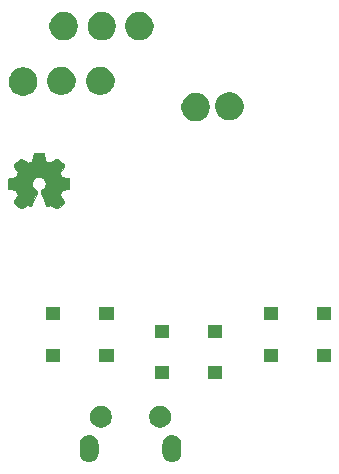
<source format=gbs>
G04 #@! TF.GenerationSoftware,KiCad,Pcbnew,5.0.2+dfsg1-1*
G04 #@! TF.CreationDate,2020-01-14T17:08:53+01:00*
G04 #@! TF.ProjectId,xling,786c696e-672e-46b6-9963-61645f706362,3.2*
G04 #@! TF.SameCoordinates,Original*
G04 #@! TF.FileFunction,Soldermask,Bot*
G04 #@! TF.FilePolarity,Negative*
%FSLAX46Y46*%
G04 Gerber Fmt 4.6, Leading zero omitted, Abs format (unit mm)*
G04 Created by KiCad (PCBNEW 5.0.2+dfsg1-1) date Tue 14 Jan 2020 17:08:53 CET*
%MOMM*%
%LPD*%
G01*
G04 APERTURE LIST*
%ADD10C,0.010000*%
%ADD11C,0.100000*%
G04 APERTURE END LIST*
D10*
G04 #@! TO.C,OH1*
G36*
X56937274Y-59326226D02*
X56859714Y-59326644D01*
X56788840Y-59327289D01*
X56726326Y-59328134D01*
X56673848Y-59329150D01*
X56633079Y-59330311D01*
X56605693Y-59331588D01*
X56593365Y-59332954D01*
X56592977Y-59333122D01*
X56588641Y-59343166D01*
X56581750Y-59368743D01*
X56572556Y-59408686D01*
X56561308Y-59461828D01*
X56548255Y-59527003D01*
X56533646Y-59603043D01*
X56522820Y-59661076D01*
X56509402Y-59733234D01*
X56496670Y-59800641D01*
X56485002Y-59861366D01*
X56474779Y-59913478D01*
X56466380Y-59955047D01*
X56460185Y-59984142D01*
X56456572Y-59998832D01*
X56456244Y-59999752D01*
X56448906Y-60007898D01*
X56431800Y-60018827D01*
X56403585Y-60033192D01*
X56362925Y-60051646D01*
X56308480Y-60074844D01*
X56269247Y-60091063D01*
X56211691Y-60114602D01*
X56167664Y-60132313D01*
X56135041Y-60144819D01*
X56111695Y-60152746D01*
X56095501Y-60156718D01*
X56084331Y-60157359D01*
X56076061Y-60155293D01*
X56068564Y-60151146D01*
X56067346Y-60150364D01*
X56055069Y-60142160D01*
X56030699Y-60125638D01*
X55996098Y-60102068D01*
X55953130Y-60072722D01*
X55903657Y-60038872D01*
X55849541Y-60001789D01*
X55818852Y-59980737D01*
X55592604Y-59825467D01*
X55393053Y-59825467D01*
X55158160Y-60060472D01*
X54923267Y-60295478D01*
X54923267Y-60495319D01*
X55089399Y-60736812D01*
X55255531Y-60978306D01*
X55176182Y-61164667D01*
X55152628Y-61218906D01*
X55130757Y-61267220D01*
X55111606Y-61307469D01*
X55096210Y-61337515D01*
X55085604Y-61355219D01*
X55082149Y-61358941D01*
X55070732Y-61362236D01*
X55044586Y-61368186D01*
X55005639Y-61376402D01*
X54955820Y-61386493D01*
X54897055Y-61398069D01*
X54831274Y-61410741D01*
X54760405Y-61424119D01*
X54752651Y-61425567D01*
X54671423Y-61440968D01*
X54599911Y-61455036D01*
X54539349Y-61467504D01*
X54490969Y-61478106D01*
X54456005Y-61486573D01*
X54435691Y-61492641D01*
X54430915Y-61495190D01*
X54429542Y-61505594D01*
X54428254Y-61531258D01*
X54427079Y-61570506D01*
X54426045Y-61621665D01*
X54425179Y-61683060D01*
X54424509Y-61753017D01*
X54424063Y-61829862D01*
X54423868Y-61911920D01*
X54423863Y-61922046D01*
X54423899Y-62018927D01*
X54424096Y-62100203D01*
X54424491Y-62167204D01*
X54425122Y-62221257D01*
X54426024Y-62263692D01*
X54427235Y-62295836D01*
X54428792Y-62319019D01*
X54430731Y-62334568D01*
X54433090Y-62343813D01*
X54435674Y-62347903D01*
X54446507Y-62351666D01*
X54472062Y-62357999D01*
X54510391Y-62366497D01*
X54559547Y-62376751D01*
X54617582Y-62388356D01*
X54682549Y-62400905D01*
X54751057Y-62413727D01*
X54827533Y-62428079D01*
X54896302Y-62441501D01*
X54955778Y-62453653D01*
X55004377Y-62464194D01*
X55040514Y-62472785D01*
X55062603Y-62479086D01*
X55068746Y-62481849D01*
X55075317Y-62492398D01*
X55086752Y-62515830D01*
X55101991Y-62549554D01*
X55119971Y-62590976D01*
X55139632Y-62637505D01*
X55159912Y-62686549D01*
X55179749Y-62735515D01*
X55198083Y-62781812D01*
X55213851Y-62822847D01*
X55225992Y-62856029D01*
X55233445Y-62878765D01*
X55235206Y-62888353D01*
X55229875Y-62896781D01*
X55216113Y-62917452D01*
X55195079Y-62948656D01*
X55167933Y-62988680D01*
X55135834Y-63035814D01*
X55099942Y-63088346D01*
X55077783Y-63120701D01*
X54923267Y-63346128D01*
X54923267Y-63546970D01*
X55158565Y-63781718D01*
X55393864Y-64016467D01*
X55589633Y-64016467D01*
X55811749Y-63863780D01*
X56033866Y-63711094D01*
X56104769Y-63749744D01*
X56175673Y-63788393D01*
X56279205Y-63786013D01*
X56382738Y-63783633D01*
X56835814Y-62691433D01*
X56836274Y-62605342D01*
X56835982Y-62567632D01*
X56834827Y-62535419D01*
X56833011Y-62513033D01*
X56831594Y-62505859D01*
X56822860Y-62495792D01*
X56803155Y-62478828D01*
X56775572Y-62457498D01*
X56749044Y-62438382D01*
X56679148Y-62386945D01*
X56622107Y-62338481D01*
X56575024Y-62289756D01*
X56534997Y-62237538D01*
X56499127Y-62178595D01*
X56476192Y-62134169D01*
X56442301Y-62054439D01*
X56422612Y-61982607D01*
X56416912Y-61917684D01*
X56421023Y-61876410D01*
X56447802Y-61776920D01*
X56489872Y-61682801D01*
X56546020Y-61595629D01*
X56615036Y-61516980D01*
X56695706Y-61448427D01*
X56786820Y-61391549D01*
X56798633Y-61385464D01*
X56861775Y-61357667D01*
X56925088Y-61337087D01*
X56983706Y-61325115D01*
X57018767Y-61322599D01*
X57085090Y-61329742D01*
X57156613Y-61350081D01*
X57230369Y-61381975D01*
X57303390Y-61423787D01*
X57372709Y-61473877D01*
X57435358Y-61530607D01*
X57474252Y-61574129D01*
X57511601Y-61627386D01*
X57547421Y-61691372D01*
X57578707Y-61759944D01*
X57602456Y-61826962D01*
X57608203Y-61847993D01*
X57617147Y-61892186D01*
X57619883Y-61932463D01*
X57615904Y-61973252D01*
X57604701Y-62018983D01*
X57585766Y-62074087D01*
X57580749Y-62087289D01*
X57536780Y-62180197D01*
X57478989Y-62265539D01*
X57406702Y-62344095D01*
X57319242Y-62416644D01*
X57260067Y-62457064D01*
X57235044Y-62473791D01*
X57215855Y-62488019D01*
X57207280Y-62495972D01*
X57204745Y-62507769D01*
X57202683Y-62532620D01*
X57201334Y-62566645D01*
X57200930Y-62598421D01*
X57200800Y-62691675D01*
X57420680Y-63222920D01*
X57458028Y-63313084D01*
X57493640Y-63398921D01*
X57526963Y-63479102D01*
X57557442Y-63552304D01*
X57584525Y-63617199D01*
X57607657Y-63672462D01*
X57626284Y-63716767D01*
X57639853Y-63748789D01*
X57647810Y-63767200D01*
X57649577Y-63771015D01*
X57654817Y-63778217D01*
X57663434Y-63783025D01*
X57678518Y-63785914D01*
X57703158Y-63787360D01*
X57740443Y-63787839D01*
X57758942Y-63787867D01*
X57859289Y-63787867D01*
X57930836Y-63749805D01*
X58002384Y-63711744D01*
X58141342Y-63807425D01*
X58191188Y-63841695D01*
X58242999Y-63877224D01*
X58292621Y-63911171D01*
X58335903Y-63940695D01*
X58364008Y-63959786D01*
X58447717Y-64016467D01*
X58644030Y-64016467D01*
X58879148Y-63781348D01*
X59114267Y-63546229D01*
X59114267Y-63447865D01*
X59114107Y-63405567D01*
X59113079Y-63376111D01*
X59110359Y-63355405D01*
X59105122Y-63339358D01*
X59096545Y-63323878D01*
X59086165Y-63308333D01*
X59073757Y-63290180D01*
X59053402Y-63260427D01*
X59026725Y-63221446D01*
X58995347Y-63175608D01*
X58960892Y-63125285D01*
X58929531Y-63079489D01*
X58895437Y-63029301D01*
X58864740Y-62983337D01*
X58838692Y-62943536D01*
X58818548Y-62911838D01*
X58805560Y-62890182D01*
X58800981Y-62880523D01*
X58804014Y-62869807D01*
X58812548Y-62845683D01*
X58825719Y-62810435D01*
X58842664Y-62766348D01*
X58862519Y-62715704D01*
X58878358Y-62675899D01*
X58904676Y-62610964D01*
X58925912Y-62560523D01*
X58942743Y-62523146D01*
X58955847Y-62497403D01*
X58965903Y-62481864D01*
X58973589Y-62475100D01*
X58973627Y-62475083D01*
X58985883Y-62471856D01*
X59012791Y-62466007D01*
X59052340Y-62457932D01*
X59102518Y-62448030D01*
X59161317Y-62436696D01*
X59226724Y-62424329D01*
X59291132Y-62412357D01*
X59360532Y-62399361D01*
X59424884Y-62386924D01*
X59482232Y-62375456D01*
X59530617Y-62365363D01*
X59568082Y-62357053D01*
X59592669Y-62350935D01*
X59602282Y-62347553D01*
X59604974Y-62342682D01*
X59607232Y-62332059D01*
X59609089Y-62314398D01*
X59610580Y-62288410D01*
X59611741Y-62252807D01*
X59612605Y-62206300D01*
X59613208Y-62147603D01*
X59613584Y-62075426D01*
X59613767Y-61988482D01*
X59613800Y-61920125D01*
X59613800Y-61502257D01*
X59594750Y-61490504D01*
X59582271Y-61486334D01*
X59555105Y-61479620D01*
X59515240Y-61470778D01*
X59464663Y-61460220D01*
X59405360Y-61448363D01*
X59339318Y-61435619D01*
X59268523Y-61422405D01*
X59266667Y-61422064D01*
X59196216Y-61408922D01*
X59130845Y-61396309D01*
X59072473Y-61384626D01*
X59023015Y-61374275D01*
X58984388Y-61365658D01*
X58958509Y-61359176D01*
X58947296Y-61355230D01*
X58947160Y-61355113D01*
X58941112Y-61344839D01*
X58929753Y-61321706D01*
X58914270Y-61288436D01*
X58895853Y-61247752D01*
X58875690Y-61202376D01*
X58854968Y-61155031D01*
X58834876Y-61108438D01*
X58816602Y-61065320D01*
X58801335Y-61028400D01*
X58790261Y-61000400D01*
X58784571Y-60984041D01*
X58784067Y-60981433D01*
X58788705Y-60972543D01*
X58801885Y-60951402D01*
X58822502Y-60919676D01*
X58849453Y-60879031D01*
X58881636Y-60831135D01*
X58917946Y-60777653D01*
X58949167Y-60732049D01*
X59114267Y-60491763D01*
X59114267Y-60296064D01*
X58879519Y-60060765D01*
X58644770Y-59825467D01*
X58443790Y-59825467D01*
X58230812Y-59971150D01*
X58175781Y-60008814D01*
X58123699Y-60044498D01*
X58076649Y-60076773D01*
X58036714Y-60104208D01*
X58005977Y-60125374D01*
X57986520Y-60138841D01*
X57983227Y-60141143D01*
X57948620Y-60165452D01*
X57788493Y-60100313D01*
X57726585Y-60075060D01*
X57678550Y-60055202D01*
X57642549Y-60039823D01*
X57616742Y-60028006D01*
X57599290Y-60018836D01*
X57588352Y-60011398D01*
X57582089Y-60004774D01*
X57578661Y-59998050D01*
X57577758Y-59995401D01*
X57575066Y-59983561D01*
X57569678Y-59957010D01*
X57561966Y-59917692D01*
X57552305Y-59867549D01*
X57541070Y-59808523D01*
X57528633Y-59742559D01*
X57515369Y-59671597D01*
X57514008Y-59664281D01*
X57500580Y-59593136D01*
X57487719Y-59526999D01*
X57475826Y-59467777D01*
X57465300Y-59417380D01*
X57456540Y-59377714D01*
X57449945Y-59350687D01*
X57445915Y-59338207D01*
X57445647Y-59337805D01*
X57441006Y-59335040D01*
X57431189Y-59332726D01*
X57414870Y-59330826D01*
X57390727Y-59329304D01*
X57357437Y-59328123D01*
X57313676Y-59327248D01*
X57258120Y-59326641D01*
X57189448Y-59326267D01*
X57106334Y-59326088D01*
X57019847Y-59326063D01*
X56937274Y-59326226D01*
X56937274Y-59326226D01*
G37*
X56937274Y-59326226D02*
X56859714Y-59326644D01*
X56788840Y-59327289D01*
X56726326Y-59328134D01*
X56673848Y-59329150D01*
X56633079Y-59330311D01*
X56605693Y-59331588D01*
X56593365Y-59332954D01*
X56592977Y-59333122D01*
X56588641Y-59343166D01*
X56581750Y-59368743D01*
X56572556Y-59408686D01*
X56561308Y-59461828D01*
X56548255Y-59527003D01*
X56533646Y-59603043D01*
X56522820Y-59661076D01*
X56509402Y-59733234D01*
X56496670Y-59800641D01*
X56485002Y-59861366D01*
X56474779Y-59913478D01*
X56466380Y-59955047D01*
X56460185Y-59984142D01*
X56456572Y-59998832D01*
X56456244Y-59999752D01*
X56448906Y-60007898D01*
X56431800Y-60018827D01*
X56403585Y-60033192D01*
X56362925Y-60051646D01*
X56308480Y-60074844D01*
X56269247Y-60091063D01*
X56211691Y-60114602D01*
X56167664Y-60132313D01*
X56135041Y-60144819D01*
X56111695Y-60152746D01*
X56095501Y-60156718D01*
X56084331Y-60157359D01*
X56076061Y-60155293D01*
X56068564Y-60151146D01*
X56067346Y-60150364D01*
X56055069Y-60142160D01*
X56030699Y-60125638D01*
X55996098Y-60102068D01*
X55953130Y-60072722D01*
X55903657Y-60038872D01*
X55849541Y-60001789D01*
X55818852Y-59980737D01*
X55592604Y-59825467D01*
X55393053Y-59825467D01*
X55158160Y-60060472D01*
X54923267Y-60295478D01*
X54923267Y-60495319D01*
X55089399Y-60736812D01*
X55255531Y-60978306D01*
X55176182Y-61164667D01*
X55152628Y-61218906D01*
X55130757Y-61267220D01*
X55111606Y-61307469D01*
X55096210Y-61337515D01*
X55085604Y-61355219D01*
X55082149Y-61358941D01*
X55070732Y-61362236D01*
X55044586Y-61368186D01*
X55005639Y-61376402D01*
X54955820Y-61386493D01*
X54897055Y-61398069D01*
X54831274Y-61410741D01*
X54760405Y-61424119D01*
X54752651Y-61425567D01*
X54671423Y-61440968D01*
X54599911Y-61455036D01*
X54539349Y-61467504D01*
X54490969Y-61478106D01*
X54456005Y-61486573D01*
X54435691Y-61492641D01*
X54430915Y-61495190D01*
X54429542Y-61505594D01*
X54428254Y-61531258D01*
X54427079Y-61570506D01*
X54426045Y-61621665D01*
X54425179Y-61683060D01*
X54424509Y-61753017D01*
X54424063Y-61829862D01*
X54423868Y-61911920D01*
X54423863Y-61922046D01*
X54423899Y-62018927D01*
X54424096Y-62100203D01*
X54424491Y-62167204D01*
X54425122Y-62221257D01*
X54426024Y-62263692D01*
X54427235Y-62295836D01*
X54428792Y-62319019D01*
X54430731Y-62334568D01*
X54433090Y-62343813D01*
X54435674Y-62347903D01*
X54446507Y-62351666D01*
X54472062Y-62357999D01*
X54510391Y-62366497D01*
X54559547Y-62376751D01*
X54617582Y-62388356D01*
X54682549Y-62400905D01*
X54751057Y-62413727D01*
X54827533Y-62428079D01*
X54896302Y-62441501D01*
X54955778Y-62453653D01*
X55004377Y-62464194D01*
X55040514Y-62472785D01*
X55062603Y-62479086D01*
X55068746Y-62481849D01*
X55075317Y-62492398D01*
X55086752Y-62515830D01*
X55101991Y-62549554D01*
X55119971Y-62590976D01*
X55139632Y-62637505D01*
X55159912Y-62686549D01*
X55179749Y-62735515D01*
X55198083Y-62781812D01*
X55213851Y-62822847D01*
X55225992Y-62856029D01*
X55233445Y-62878765D01*
X55235206Y-62888353D01*
X55229875Y-62896781D01*
X55216113Y-62917452D01*
X55195079Y-62948656D01*
X55167933Y-62988680D01*
X55135834Y-63035814D01*
X55099942Y-63088346D01*
X55077783Y-63120701D01*
X54923267Y-63346128D01*
X54923267Y-63546970D01*
X55158565Y-63781718D01*
X55393864Y-64016467D01*
X55589633Y-64016467D01*
X55811749Y-63863780D01*
X56033866Y-63711094D01*
X56104769Y-63749744D01*
X56175673Y-63788393D01*
X56279205Y-63786013D01*
X56382738Y-63783633D01*
X56835814Y-62691433D01*
X56836274Y-62605342D01*
X56835982Y-62567632D01*
X56834827Y-62535419D01*
X56833011Y-62513033D01*
X56831594Y-62505859D01*
X56822860Y-62495792D01*
X56803155Y-62478828D01*
X56775572Y-62457498D01*
X56749044Y-62438382D01*
X56679148Y-62386945D01*
X56622107Y-62338481D01*
X56575024Y-62289756D01*
X56534997Y-62237538D01*
X56499127Y-62178595D01*
X56476192Y-62134169D01*
X56442301Y-62054439D01*
X56422612Y-61982607D01*
X56416912Y-61917684D01*
X56421023Y-61876410D01*
X56447802Y-61776920D01*
X56489872Y-61682801D01*
X56546020Y-61595629D01*
X56615036Y-61516980D01*
X56695706Y-61448427D01*
X56786820Y-61391549D01*
X56798633Y-61385464D01*
X56861775Y-61357667D01*
X56925088Y-61337087D01*
X56983706Y-61325115D01*
X57018767Y-61322599D01*
X57085090Y-61329742D01*
X57156613Y-61350081D01*
X57230369Y-61381975D01*
X57303390Y-61423787D01*
X57372709Y-61473877D01*
X57435358Y-61530607D01*
X57474252Y-61574129D01*
X57511601Y-61627386D01*
X57547421Y-61691372D01*
X57578707Y-61759944D01*
X57602456Y-61826962D01*
X57608203Y-61847993D01*
X57617147Y-61892186D01*
X57619883Y-61932463D01*
X57615904Y-61973252D01*
X57604701Y-62018983D01*
X57585766Y-62074087D01*
X57580749Y-62087289D01*
X57536780Y-62180197D01*
X57478989Y-62265539D01*
X57406702Y-62344095D01*
X57319242Y-62416644D01*
X57260067Y-62457064D01*
X57235044Y-62473791D01*
X57215855Y-62488019D01*
X57207280Y-62495972D01*
X57204745Y-62507769D01*
X57202683Y-62532620D01*
X57201334Y-62566645D01*
X57200930Y-62598421D01*
X57200800Y-62691675D01*
X57420680Y-63222920D01*
X57458028Y-63313084D01*
X57493640Y-63398921D01*
X57526963Y-63479102D01*
X57557442Y-63552304D01*
X57584525Y-63617199D01*
X57607657Y-63672462D01*
X57626284Y-63716767D01*
X57639853Y-63748789D01*
X57647810Y-63767200D01*
X57649577Y-63771015D01*
X57654817Y-63778217D01*
X57663434Y-63783025D01*
X57678518Y-63785914D01*
X57703158Y-63787360D01*
X57740443Y-63787839D01*
X57758942Y-63787867D01*
X57859289Y-63787867D01*
X57930836Y-63749805D01*
X58002384Y-63711744D01*
X58141342Y-63807425D01*
X58191188Y-63841695D01*
X58242999Y-63877224D01*
X58292621Y-63911171D01*
X58335903Y-63940695D01*
X58364008Y-63959786D01*
X58447717Y-64016467D01*
X58644030Y-64016467D01*
X58879148Y-63781348D01*
X59114267Y-63546229D01*
X59114267Y-63447865D01*
X59114107Y-63405567D01*
X59113079Y-63376111D01*
X59110359Y-63355405D01*
X59105122Y-63339358D01*
X59096545Y-63323878D01*
X59086165Y-63308333D01*
X59073757Y-63290180D01*
X59053402Y-63260427D01*
X59026725Y-63221446D01*
X58995347Y-63175608D01*
X58960892Y-63125285D01*
X58929531Y-63079489D01*
X58895437Y-63029301D01*
X58864740Y-62983337D01*
X58838692Y-62943536D01*
X58818548Y-62911838D01*
X58805560Y-62890182D01*
X58800981Y-62880523D01*
X58804014Y-62869807D01*
X58812548Y-62845683D01*
X58825719Y-62810435D01*
X58842664Y-62766348D01*
X58862519Y-62715704D01*
X58878358Y-62675899D01*
X58904676Y-62610964D01*
X58925912Y-62560523D01*
X58942743Y-62523146D01*
X58955847Y-62497403D01*
X58965903Y-62481864D01*
X58973589Y-62475100D01*
X58973627Y-62475083D01*
X58985883Y-62471856D01*
X59012791Y-62466007D01*
X59052340Y-62457932D01*
X59102518Y-62448030D01*
X59161317Y-62436696D01*
X59226724Y-62424329D01*
X59291132Y-62412357D01*
X59360532Y-62399361D01*
X59424884Y-62386924D01*
X59482232Y-62375456D01*
X59530617Y-62365363D01*
X59568082Y-62357053D01*
X59592669Y-62350935D01*
X59602282Y-62347553D01*
X59604974Y-62342682D01*
X59607232Y-62332059D01*
X59609089Y-62314398D01*
X59610580Y-62288410D01*
X59611741Y-62252807D01*
X59612605Y-62206300D01*
X59613208Y-62147603D01*
X59613584Y-62075426D01*
X59613767Y-61988482D01*
X59613800Y-61920125D01*
X59613800Y-61502257D01*
X59594750Y-61490504D01*
X59582271Y-61486334D01*
X59555105Y-61479620D01*
X59515240Y-61470778D01*
X59464663Y-61460220D01*
X59405360Y-61448363D01*
X59339318Y-61435619D01*
X59268523Y-61422405D01*
X59266667Y-61422064D01*
X59196216Y-61408922D01*
X59130845Y-61396309D01*
X59072473Y-61384626D01*
X59023015Y-61374275D01*
X58984388Y-61365658D01*
X58958509Y-61359176D01*
X58947296Y-61355230D01*
X58947160Y-61355113D01*
X58941112Y-61344839D01*
X58929753Y-61321706D01*
X58914270Y-61288436D01*
X58895853Y-61247752D01*
X58875690Y-61202376D01*
X58854968Y-61155031D01*
X58834876Y-61108438D01*
X58816602Y-61065320D01*
X58801335Y-61028400D01*
X58790261Y-61000400D01*
X58784571Y-60984041D01*
X58784067Y-60981433D01*
X58788705Y-60972543D01*
X58801885Y-60951402D01*
X58822502Y-60919676D01*
X58849453Y-60879031D01*
X58881636Y-60831135D01*
X58917946Y-60777653D01*
X58949167Y-60732049D01*
X59114267Y-60491763D01*
X59114267Y-60296064D01*
X58879519Y-60060765D01*
X58644770Y-59825467D01*
X58443790Y-59825467D01*
X58230812Y-59971150D01*
X58175781Y-60008814D01*
X58123699Y-60044498D01*
X58076649Y-60076773D01*
X58036714Y-60104208D01*
X58005977Y-60125374D01*
X57986520Y-60138841D01*
X57983227Y-60141143D01*
X57948620Y-60165452D01*
X57788493Y-60100313D01*
X57726585Y-60075060D01*
X57678550Y-60055202D01*
X57642549Y-60039823D01*
X57616742Y-60028006D01*
X57599290Y-60018836D01*
X57588352Y-60011398D01*
X57582089Y-60004774D01*
X57578661Y-59998050D01*
X57577758Y-59995401D01*
X57575066Y-59983561D01*
X57569678Y-59957010D01*
X57561966Y-59917692D01*
X57552305Y-59867549D01*
X57541070Y-59808523D01*
X57528633Y-59742559D01*
X57515369Y-59671597D01*
X57514008Y-59664281D01*
X57500580Y-59593136D01*
X57487719Y-59526999D01*
X57475826Y-59467777D01*
X57465300Y-59417380D01*
X57456540Y-59377714D01*
X57449945Y-59350687D01*
X57445915Y-59338207D01*
X57445647Y-59337805D01*
X57441006Y-59335040D01*
X57431189Y-59332726D01*
X57414870Y-59330826D01*
X57390727Y-59329304D01*
X57357437Y-59328123D01*
X57313676Y-59327248D01*
X57258120Y-59326641D01*
X57189448Y-59326267D01*
X57106334Y-59326088D01*
X57019847Y-59326063D01*
X56937274Y-59326226D01*
D11*
G36*
X61438827Y-83209076D02*
X61589628Y-83254820D01*
X61728607Y-83329107D01*
X61850422Y-83429078D01*
X61950393Y-83550893D01*
X62024680Y-83689872D01*
X62070424Y-83840673D01*
X62082000Y-83958205D01*
X62082000Y-84736795D01*
X62070424Y-84854327D01*
X62024680Y-85005128D01*
X61950393Y-85144107D01*
X61886432Y-85222043D01*
X61850422Y-85265922D01*
X61728605Y-85365893D01*
X61728603Y-85365894D01*
X61728602Y-85365895D01*
X61589627Y-85440180D01*
X61438826Y-85485924D01*
X61282000Y-85501370D01*
X61125173Y-85485924D01*
X60974372Y-85440180D01*
X60835393Y-85365893D01*
X60757457Y-85301932D01*
X60713578Y-85265922D01*
X60613607Y-85144105D01*
X60613605Y-85144102D01*
X60539320Y-85005127D01*
X60493576Y-84854326D01*
X60482000Y-84736794D01*
X60482000Y-83958205D01*
X60493576Y-83840673D01*
X60539321Y-83689872D01*
X60613608Y-83550893D01*
X60713579Y-83429078D01*
X60835394Y-83329107D01*
X60974373Y-83254820D01*
X61125174Y-83209076D01*
X61282000Y-83193630D01*
X61438827Y-83209076D01*
X61438827Y-83209076D01*
G37*
G36*
X68438826Y-83209076D02*
X68589627Y-83254820D01*
X68728602Y-83329105D01*
X68728603Y-83329106D01*
X68728605Y-83329107D01*
X68850422Y-83429078D01*
X68850424Y-83429081D01*
X68950393Y-83550893D01*
X69024680Y-83689872D01*
X69070424Y-83840673D01*
X69082000Y-83958205D01*
X69082000Y-84736795D01*
X69070424Y-84854327D01*
X69024680Y-85005128D01*
X68950393Y-85144107D01*
X68850422Y-85265922D01*
X68728607Y-85365893D01*
X68589628Y-85440180D01*
X68438827Y-85485924D01*
X68282000Y-85501370D01*
X68125174Y-85485924D01*
X67974373Y-85440180D01*
X67835394Y-85365893D01*
X67713579Y-85265922D01*
X67613608Y-85144107D01*
X67539321Y-85005128D01*
X67493576Y-84854327D01*
X67482000Y-84736795D01*
X67482000Y-83958206D01*
X67493576Y-83840674D01*
X67539320Y-83689873D01*
X67613605Y-83550898D01*
X67613609Y-83550893D01*
X67713578Y-83429078D01*
X67757457Y-83393068D01*
X67835393Y-83329107D01*
X67974372Y-83254820D01*
X68125173Y-83209076D01*
X68282000Y-83193630D01*
X68438826Y-83209076D01*
X68438826Y-83209076D01*
G37*
G36*
X67551811Y-80758046D02*
X67551814Y-80758047D01*
X67551813Y-80758047D01*
X67720152Y-80827775D01*
X67720155Y-80827777D01*
X67871653Y-80929004D01*
X68000496Y-81057847D01*
X68101723Y-81209345D01*
X68101725Y-81209348D01*
X68158575Y-81346596D01*
X68171454Y-81377689D01*
X68207000Y-81556394D01*
X68207000Y-81738606D01*
X68171454Y-81917311D01*
X68171453Y-81917313D01*
X68101725Y-82085652D01*
X68101723Y-82085655D01*
X68000496Y-82237153D01*
X67871653Y-82365996D01*
X67720155Y-82467223D01*
X67720152Y-82467225D01*
X67582904Y-82524075D01*
X67551811Y-82536954D01*
X67373106Y-82572500D01*
X67190894Y-82572500D01*
X67012189Y-82536954D01*
X66981096Y-82524075D01*
X66843848Y-82467225D01*
X66843845Y-82467223D01*
X66692347Y-82365996D01*
X66563504Y-82237153D01*
X66462277Y-82085655D01*
X66462275Y-82085652D01*
X66392547Y-81917313D01*
X66392546Y-81917311D01*
X66357000Y-81738606D01*
X66357000Y-81556394D01*
X66392546Y-81377689D01*
X66405425Y-81346596D01*
X66462275Y-81209348D01*
X66462277Y-81209345D01*
X66563504Y-81057847D01*
X66692347Y-80929004D01*
X66843845Y-80827777D01*
X66843848Y-80827775D01*
X67012187Y-80758047D01*
X67012186Y-80758047D01*
X67012189Y-80758046D01*
X67190894Y-80722500D01*
X67373106Y-80722500D01*
X67551811Y-80758046D01*
X67551811Y-80758046D01*
G37*
G36*
X62551811Y-80758046D02*
X62551814Y-80758047D01*
X62551813Y-80758047D01*
X62720152Y-80827775D01*
X62720155Y-80827777D01*
X62871653Y-80929004D01*
X63000496Y-81057847D01*
X63101723Y-81209345D01*
X63101725Y-81209348D01*
X63158575Y-81346596D01*
X63171454Y-81377689D01*
X63207000Y-81556394D01*
X63207000Y-81738606D01*
X63171454Y-81917311D01*
X63171453Y-81917313D01*
X63101725Y-82085652D01*
X63101723Y-82085655D01*
X63000496Y-82237153D01*
X62871653Y-82365996D01*
X62720155Y-82467223D01*
X62720152Y-82467225D01*
X62582904Y-82524075D01*
X62551811Y-82536954D01*
X62373106Y-82572500D01*
X62190894Y-82572500D01*
X62012189Y-82536954D01*
X61981096Y-82524075D01*
X61843848Y-82467225D01*
X61843845Y-82467223D01*
X61692347Y-82365996D01*
X61563504Y-82237153D01*
X61462277Y-82085655D01*
X61462275Y-82085652D01*
X61392547Y-81917313D01*
X61392546Y-81917311D01*
X61357000Y-81738606D01*
X61357000Y-81556394D01*
X61392546Y-81377689D01*
X61405425Y-81346596D01*
X61462275Y-81209348D01*
X61462277Y-81209345D01*
X61563504Y-81057847D01*
X61692347Y-80929004D01*
X61843845Y-80827777D01*
X61843848Y-80827775D01*
X62012187Y-80758047D01*
X62012186Y-80758047D01*
X62012189Y-80758046D01*
X62190894Y-80722500D01*
X62373106Y-80722500D01*
X62551811Y-80758046D01*
X62551811Y-80758046D01*
G37*
G36*
X72532000Y-78500000D02*
X71332000Y-78500000D01*
X71332000Y-77400000D01*
X72532000Y-77400000D01*
X72532000Y-78500000D01*
X72532000Y-78500000D01*
G37*
G36*
X68032000Y-78500000D02*
X66832000Y-78500000D01*
X66832000Y-77400000D01*
X68032000Y-77400000D01*
X68032000Y-78500000D01*
X68032000Y-78500000D01*
G37*
G36*
X58850000Y-77000000D02*
X57650000Y-77000000D01*
X57650000Y-75900000D01*
X58850000Y-75900000D01*
X58850000Y-77000000D01*
X58850000Y-77000000D01*
G37*
G36*
X81750000Y-77000000D02*
X80550000Y-77000000D01*
X80550000Y-75900000D01*
X81750000Y-75900000D01*
X81750000Y-77000000D01*
X81750000Y-77000000D01*
G37*
G36*
X77250000Y-77000000D02*
X76050000Y-77000000D01*
X76050000Y-75900000D01*
X77250000Y-75900000D01*
X77250000Y-77000000D01*
X77250000Y-77000000D01*
G37*
G36*
X63350000Y-77000000D02*
X62150000Y-77000000D01*
X62150000Y-75900000D01*
X63350000Y-75900000D01*
X63350000Y-77000000D01*
X63350000Y-77000000D01*
G37*
G36*
X68032000Y-75000000D02*
X66832000Y-75000000D01*
X66832000Y-73900000D01*
X68032000Y-73900000D01*
X68032000Y-75000000D01*
X68032000Y-75000000D01*
G37*
G36*
X72532000Y-75000000D02*
X71332000Y-75000000D01*
X71332000Y-73900000D01*
X72532000Y-73900000D01*
X72532000Y-75000000D01*
X72532000Y-75000000D01*
G37*
G36*
X81750000Y-73500000D02*
X80550000Y-73500000D01*
X80550000Y-72400000D01*
X81750000Y-72400000D01*
X81750000Y-73500000D01*
X81750000Y-73500000D01*
G37*
G36*
X77250000Y-73500000D02*
X76050000Y-73500000D01*
X76050000Y-72400000D01*
X77250000Y-72400000D01*
X77250000Y-73500000D01*
X77250000Y-73500000D01*
G37*
G36*
X63350000Y-73500000D02*
X62150000Y-73500000D01*
X62150000Y-72400000D01*
X63350000Y-72400000D01*
X63350000Y-73500000D01*
X63350000Y-73500000D01*
G37*
G36*
X58850000Y-73500000D02*
X57650000Y-73500000D01*
X57650000Y-72400000D01*
X58850000Y-72400000D01*
X58850000Y-73500000D01*
X58850000Y-73500000D01*
G37*
G36*
X70644526Y-54281615D02*
X70753720Y-54326845D01*
X70862913Y-54372074D01*
X71059455Y-54503399D01*
X71226601Y-54670545D01*
X71357926Y-54867087D01*
X71403155Y-54976280D01*
X71448385Y-55085474D01*
X71494500Y-55317310D01*
X71494500Y-55553690D01*
X71448385Y-55785526D01*
X71403155Y-55894720D01*
X71357926Y-56003913D01*
X71226601Y-56200455D01*
X71059455Y-56367601D01*
X70862913Y-56498926D01*
X70753720Y-56544155D01*
X70644526Y-56589385D01*
X70412690Y-56635500D01*
X70176310Y-56635500D01*
X69944474Y-56589385D01*
X69835280Y-56544155D01*
X69726087Y-56498926D01*
X69529545Y-56367601D01*
X69362399Y-56200455D01*
X69231074Y-56003913D01*
X69185845Y-55894720D01*
X69140615Y-55785526D01*
X69094500Y-55553690D01*
X69094500Y-55317310D01*
X69140615Y-55085474D01*
X69185845Y-54976280D01*
X69231074Y-54867087D01*
X69362399Y-54670545D01*
X69529545Y-54503399D01*
X69726087Y-54372074D01*
X69835280Y-54326845D01*
X69944474Y-54281615D01*
X70176310Y-54235500D01*
X70412690Y-54235500D01*
X70644526Y-54281615D01*
X70644526Y-54281615D01*
G37*
G36*
X73502026Y-54218115D02*
X73611220Y-54263345D01*
X73720413Y-54308574D01*
X73916955Y-54439899D01*
X74084101Y-54607045D01*
X74215426Y-54803587D01*
X74241728Y-54867086D01*
X74305885Y-55021974D01*
X74352000Y-55253810D01*
X74352000Y-55490190D01*
X74305885Y-55722026D01*
X74279582Y-55785526D01*
X74215426Y-55940413D01*
X74084101Y-56136955D01*
X73916955Y-56304101D01*
X73720413Y-56435426D01*
X73611220Y-56480655D01*
X73502026Y-56525885D01*
X73270190Y-56572000D01*
X73033810Y-56572000D01*
X72801974Y-56525885D01*
X72692780Y-56480655D01*
X72583587Y-56435426D01*
X72387045Y-56304101D01*
X72219899Y-56136955D01*
X72088574Y-55940413D01*
X72024418Y-55785526D01*
X71998115Y-55722026D01*
X71952000Y-55490190D01*
X71952000Y-55253810D01*
X71998115Y-55021974D01*
X72062272Y-54867086D01*
X72088574Y-54803587D01*
X72219899Y-54607045D01*
X72387045Y-54439899D01*
X72583587Y-54308574D01*
X72692780Y-54263345D01*
X72801974Y-54218115D01*
X73033810Y-54172000D01*
X73270190Y-54172000D01*
X73502026Y-54218115D01*
X73502026Y-54218115D01*
G37*
G36*
X56039526Y-52122615D02*
X56148720Y-52167845D01*
X56257913Y-52213074D01*
X56454455Y-52344399D01*
X56621601Y-52511545D01*
X56752926Y-52708087D01*
X56798155Y-52817280D01*
X56843385Y-52926474D01*
X56889500Y-53158310D01*
X56889500Y-53394690D01*
X56843385Y-53626526D01*
X56798155Y-53735720D01*
X56752926Y-53844913D01*
X56621601Y-54041455D01*
X56454455Y-54208601D01*
X56257913Y-54339926D01*
X56180300Y-54372074D01*
X56039526Y-54430385D01*
X55807690Y-54476500D01*
X55571310Y-54476500D01*
X55339474Y-54430385D01*
X55198700Y-54372074D01*
X55121087Y-54339926D01*
X54924545Y-54208601D01*
X54757399Y-54041455D01*
X54626074Y-53844913D01*
X54580845Y-53735720D01*
X54535615Y-53626526D01*
X54489500Y-53394690D01*
X54489500Y-53158310D01*
X54535615Y-52926474D01*
X54580845Y-52817280D01*
X54626074Y-52708087D01*
X54757399Y-52511545D01*
X54924545Y-52344399D01*
X55121087Y-52213074D01*
X55230280Y-52167845D01*
X55339474Y-52122615D01*
X55571310Y-52076500D01*
X55807690Y-52076500D01*
X56039526Y-52122615D01*
X56039526Y-52122615D01*
G37*
G36*
X62580026Y-52059115D02*
X62689220Y-52104345D01*
X62798413Y-52149574D01*
X62994955Y-52280899D01*
X63162101Y-52448045D01*
X63293426Y-52644587D01*
X63319728Y-52708086D01*
X63383885Y-52862974D01*
X63430000Y-53094810D01*
X63430000Y-53331190D01*
X63383885Y-53563026D01*
X63357582Y-53626526D01*
X63293426Y-53781413D01*
X63162101Y-53977955D01*
X62994955Y-54145101D01*
X62798413Y-54276426D01*
X62720800Y-54308574D01*
X62580026Y-54366885D01*
X62348190Y-54413000D01*
X62111810Y-54413000D01*
X61879974Y-54366885D01*
X61739200Y-54308574D01*
X61661587Y-54276426D01*
X61465045Y-54145101D01*
X61297899Y-53977955D01*
X61166574Y-53781413D01*
X61102418Y-53626526D01*
X61076115Y-53563026D01*
X61030000Y-53331190D01*
X61030000Y-53094810D01*
X61076115Y-52862974D01*
X61140272Y-52708086D01*
X61166574Y-52644587D01*
X61297899Y-52448045D01*
X61465045Y-52280899D01*
X61661587Y-52149574D01*
X61770780Y-52104345D01*
X61879974Y-52059115D01*
X62111810Y-52013000D01*
X62348190Y-52013000D01*
X62580026Y-52059115D01*
X62580026Y-52059115D01*
G37*
G36*
X59278026Y-52059115D02*
X59387220Y-52104345D01*
X59496413Y-52149574D01*
X59692955Y-52280899D01*
X59860101Y-52448045D01*
X59991426Y-52644587D01*
X60017728Y-52708086D01*
X60081885Y-52862974D01*
X60128000Y-53094810D01*
X60128000Y-53331190D01*
X60081885Y-53563026D01*
X60055582Y-53626526D01*
X59991426Y-53781413D01*
X59860101Y-53977955D01*
X59692955Y-54145101D01*
X59496413Y-54276426D01*
X59418800Y-54308574D01*
X59278026Y-54366885D01*
X59046190Y-54413000D01*
X58809810Y-54413000D01*
X58577974Y-54366885D01*
X58437200Y-54308574D01*
X58359587Y-54276426D01*
X58163045Y-54145101D01*
X57995899Y-53977955D01*
X57864574Y-53781413D01*
X57800418Y-53626526D01*
X57774115Y-53563026D01*
X57728000Y-53331190D01*
X57728000Y-53094810D01*
X57774115Y-52862974D01*
X57838272Y-52708086D01*
X57864574Y-52644587D01*
X57995899Y-52448045D01*
X58163045Y-52280899D01*
X58359587Y-52149574D01*
X58468780Y-52104345D01*
X58577974Y-52059115D01*
X58809810Y-52013000D01*
X59046190Y-52013000D01*
X59278026Y-52059115D01*
X59278026Y-52059115D01*
G37*
G36*
X65882026Y-47423615D02*
X65991220Y-47468845D01*
X66100413Y-47514074D01*
X66296955Y-47645399D01*
X66464101Y-47812545D01*
X66595426Y-48009087D01*
X66640655Y-48118280D01*
X66685885Y-48227474D01*
X66732000Y-48459310D01*
X66732000Y-48695690D01*
X66685885Y-48927526D01*
X66640655Y-49036720D01*
X66595426Y-49145913D01*
X66464101Y-49342455D01*
X66296955Y-49509601D01*
X66100413Y-49640926D01*
X65991220Y-49686155D01*
X65882026Y-49731385D01*
X65650190Y-49777500D01*
X65413810Y-49777500D01*
X65181974Y-49731385D01*
X65072780Y-49686155D01*
X64963587Y-49640926D01*
X64767045Y-49509601D01*
X64599899Y-49342455D01*
X64468574Y-49145913D01*
X64423345Y-49036720D01*
X64378115Y-48927526D01*
X64332000Y-48695690D01*
X64332000Y-48459310D01*
X64378115Y-48227474D01*
X64423345Y-48118280D01*
X64468574Y-48009087D01*
X64599899Y-47812545D01*
X64767045Y-47645399D01*
X64963587Y-47514074D01*
X65072780Y-47468845D01*
X65181974Y-47423615D01*
X65413810Y-47377500D01*
X65650190Y-47377500D01*
X65882026Y-47423615D01*
X65882026Y-47423615D01*
G37*
G36*
X59468526Y-47423615D02*
X59577720Y-47468845D01*
X59686913Y-47514074D01*
X59883455Y-47645399D01*
X60050601Y-47812545D01*
X60181926Y-48009087D01*
X60227155Y-48118280D01*
X60272385Y-48227474D01*
X60318500Y-48459310D01*
X60318500Y-48695690D01*
X60272385Y-48927526D01*
X60227155Y-49036720D01*
X60181926Y-49145913D01*
X60050601Y-49342455D01*
X59883455Y-49509601D01*
X59686913Y-49640926D01*
X59577720Y-49686155D01*
X59468526Y-49731385D01*
X59236690Y-49777500D01*
X59000310Y-49777500D01*
X58768474Y-49731385D01*
X58659280Y-49686155D01*
X58550087Y-49640926D01*
X58353545Y-49509601D01*
X58186399Y-49342455D01*
X58055074Y-49145913D01*
X58009845Y-49036720D01*
X57964615Y-48927526D01*
X57918500Y-48695690D01*
X57918500Y-48459310D01*
X57964615Y-48227474D01*
X58009845Y-48118280D01*
X58055074Y-48009087D01*
X58186399Y-47812545D01*
X58353545Y-47645399D01*
X58550087Y-47514074D01*
X58659280Y-47468845D01*
X58768474Y-47423615D01*
X59000310Y-47377500D01*
X59236690Y-47377500D01*
X59468526Y-47423615D01*
X59468526Y-47423615D01*
G37*
G36*
X62707026Y-47423615D02*
X62816220Y-47468845D01*
X62925413Y-47514074D01*
X63121955Y-47645399D01*
X63289101Y-47812545D01*
X63420426Y-48009087D01*
X63465655Y-48118280D01*
X63510885Y-48227474D01*
X63557000Y-48459310D01*
X63557000Y-48695690D01*
X63510885Y-48927526D01*
X63465655Y-49036720D01*
X63420426Y-49145913D01*
X63289101Y-49342455D01*
X63121955Y-49509601D01*
X62925413Y-49640926D01*
X62816220Y-49686155D01*
X62707026Y-49731385D01*
X62475190Y-49777500D01*
X62238810Y-49777500D01*
X62006974Y-49731385D01*
X61897780Y-49686155D01*
X61788587Y-49640926D01*
X61592045Y-49509601D01*
X61424899Y-49342455D01*
X61293574Y-49145913D01*
X61248345Y-49036720D01*
X61203115Y-48927526D01*
X61157000Y-48695690D01*
X61157000Y-48459310D01*
X61203115Y-48227474D01*
X61248345Y-48118280D01*
X61293574Y-48009087D01*
X61424899Y-47812545D01*
X61592045Y-47645399D01*
X61788587Y-47514074D01*
X61897780Y-47468845D01*
X62006974Y-47423615D01*
X62238810Y-47377500D01*
X62475190Y-47377500D01*
X62707026Y-47423615D01*
X62707026Y-47423615D01*
G37*
M02*

</source>
